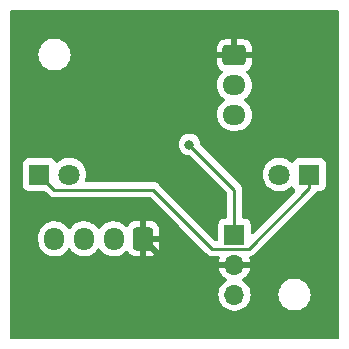
<source format=gbl>
%TF.GenerationSoftware,KiCad,Pcbnew,7.0.1*%
%TF.CreationDate,2023-10-30T09:30:19+01:00*%
%TF.ProjectId,opto-counter,6f70746f-2d63-46f7-956e-7465722e6b69,rev?*%
%TF.SameCoordinates,Original*%
%TF.FileFunction,Copper,L2,Bot*%
%TF.FilePolarity,Positive*%
%FSLAX46Y46*%
G04 Gerber Fmt 4.6, Leading zero omitted, Abs format (unit mm)*
G04 Created by KiCad (PCBNEW 7.0.1) date 2023-10-30 09:30:19*
%MOMM*%
%LPD*%
G01*
G04 APERTURE LIST*
G04 Aperture macros list*
%AMRoundRect*
0 Rectangle with rounded corners*
0 $1 Rounding radius*
0 $2 $3 $4 $5 $6 $7 $8 $9 X,Y pos of 4 corners*
0 Add a 4 corners polygon primitive as box body*
4,1,4,$2,$3,$4,$5,$6,$7,$8,$9,$2,$3,0*
0 Add four circle primitives for the rounded corners*
1,1,$1+$1,$2,$3*
1,1,$1+$1,$4,$5*
1,1,$1+$1,$6,$7*
1,1,$1+$1,$8,$9*
0 Add four rect primitives between the rounded corners*
20,1,$1+$1,$2,$3,$4,$5,0*
20,1,$1+$1,$4,$5,$6,$7,0*
20,1,$1+$1,$6,$7,$8,$9,0*
20,1,$1+$1,$8,$9,$2,$3,0*%
G04 Aperture macros list end*
%TA.AperFunction,ComponentPad*%
%ADD10R,1.800000X1.800000*%
%TD*%
%TA.AperFunction,ComponentPad*%
%ADD11C,1.800000*%
%TD*%
%TA.AperFunction,ComponentPad*%
%ADD12R,1.700000X1.700000*%
%TD*%
%TA.AperFunction,ComponentPad*%
%ADD13O,1.700000X1.700000*%
%TD*%
%TA.AperFunction,ComponentPad*%
%ADD14RoundRect,0.250000X0.600000X0.725000X-0.600000X0.725000X-0.600000X-0.725000X0.600000X-0.725000X0*%
%TD*%
%TA.AperFunction,ComponentPad*%
%ADD15O,1.700000X1.950000*%
%TD*%
%TA.AperFunction,ComponentPad*%
%ADD16RoundRect,0.250000X-0.725000X0.600000X-0.725000X-0.600000X0.725000X-0.600000X0.725000X0.600000X0*%
%TD*%
%TA.AperFunction,ComponentPad*%
%ADD17O,1.950000X1.700000*%
%TD*%
%TA.AperFunction,ViaPad*%
%ADD18C,0.800000*%
%TD*%
%TA.AperFunction,Conductor*%
%ADD19C,0.250000*%
%TD*%
%TA.AperFunction,Conductor*%
%ADD20C,0.508000*%
%TD*%
G04 APERTURE END LIST*
D10*
%TO.P,D1,1,K*%
%TO.N,Net-(D1-K)*%
X66040000Y-38100000D03*
D11*
%TO.P,D1,2,A*%
%TO.N,Net-(D1-A)*%
X68580000Y-38100000D03*
%TD*%
D10*
%TO.P,D2,1,K*%
%TO.N,Net-(D1-K)*%
X88900000Y-38100000D03*
D11*
%TO.P,D2,2,A*%
%TO.N,Net-(D2-A)*%
X86360000Y-38100000D03*
%TD*%
D12*
%TO.P,J1,1,Pin_1*%
%TO.N,Net-(J1-Pin_1)*%
X82550000Y-43195000D03*
D13*
%TO.P,J1,2,Pin_2*%
%TO.N,GND*%
X82550000Y-45735000D03*
%TO.P,J1,3,Pin_3*%
%TO.N,+3V3*%
X82550000Y-48275000D03*
%TD*%
D14*
%TO.P,J2,1,Pin_1*%
%TO.N,GND*%
X74810000Y-43540000D03*
D15*
%TO.P,J2,2,Pin_2*%
%TO.N,+3V3*%
X72310000Y-43540000D03*
%TO.P,J2,3,Pin_3*%
%TO.N,SDA*%
X69810000Y-43540000D03*
%TO.P,J2,4,Pin_4*%
%TO.N,SCL*%
X67310000Y-43540000D03*
%TD*%
D16*
%TO.P,J3,1,Pin_1*%
%TO.N,GND*%
X82550000Y-28020000D03*
D17*
%TO.P,J3,2,Pin_2*%
%TO.N,+3V3*%
X82550000Y-30520000D03*
%TO.P,J3,3,Pin_3*%
%TO.N,UPDI*%
X82550000Y-33020000D03*
%TD*%
D18*
%TO.N,GND*%
X69850000Y-31750000D03*
X69850000Y-45720000D03*
X80010000Y-30480000D03*
%TO.N,Net-(J1-Pin_1)*%
X78740000Y-35560000D03*
%TD*%
D19*
%TO.N,Net-(D1-K)*%
X75681299Y-39370000D02*
X67310000Y-39370000D01*
X67310000Y-39370000D02*
X66040000Y-38100000D01*
X83780000Y-44370000D02*
X80681299Y-44370000D01*
X80681299Y-44370000D02*
X75681299Y-39370000D01*
X88900000Y-38100000D02*
X88900000Y-39250000D01*
X88900000Y-39250000D02*
X83780000Y-44370000D01*
D20*
%TO.N,GND*%
X82550000Y-45735000D02*
X77005000Y-45735000D01*
X77005000Y-45735000D02*
X74810000Y-43540000D01*
D19*
%TO.N,Net-(J1-Pin_1)*%
X82550000Y-43195000D02*
X82550000Y-39370000D01*
X82550000Y-39370000D02*
X78740000Y-35560000D01*
%TD*%
%TA.AperFunction,Conductor*%
%TO.N,GND*%
G36*
X91351500Y-24172381D02*
G01*
X91397619Y-24218500D01*
X91414500Y-24281500D01*
X91414500Y-51918500D01*
X91397619Y-51981500D01*
X91351500Y-52027619D01*
X91288500Y-52044500D01*
X63651500Y-52044500D01*
X63588500Y-52027619D01*
X63542381Y-51981500D01*
X63525500Y-51918500D01*
X63525500Y-48275000D01*
X81186844Y-48275000D01*
X81205436Y-48499368D01*
X81205436Y-48499371D01*
X81205437Y-48499372D01*
X81260702Y-48717611D01*
X81260703Y-48717614D01*
X81260704Y-48717616D01*
X81283856Y-48770398D01*
X81351139Y-48923790D01*
X81474278Y-49112268D01*
X81626762Y-49277908D01*
X81653212Y-49298495D01*
X81804424Y-49416189D01*
X82002426Y-49523342D01*
X82215365Y-49596444D01*
X82437431Y-49633500D01*
X82662566Y-49633500D01*
X82662569Y-49633500D01*
X82884635Y-49596444D01*
X83097574Y-49523342D01*
X83295576Y-49416189D01*
X83473240Y-49277906D01*
X83625722Y-49112268D01*
X83748860Y-48923791D01*
X83839296Y-48717616D01*
X83894564Y-48499368D01*
X83913156Y-48275000D01*
X83911913Y-48260000D01*
X86274341Y-48260000D01*
X86294937Y-48495409D01*
X86356096Y-48723662D01*
X86455965Y-48937829D01*
X86591507Y-49131404D01*
X86758595Y-49298492D01*
X86758598Y-49298494D01*
X86758599Y-49298495D01*
X86952171Y-49434035D01*
X87166337Y-49533903D01*
X87394592Y-49595063D01*
X87571034Y-49610500D01*
X87688960Y-49610500D01*
X87688966Y-49610500D01*
X87865408Y-49595063D01*
X88093663Y-49533903D01*
X88307829Y-49434035D01*
X88501401Y-49298495D01*
X88668495Y-49131401D01*
X88804035Y-48937830D01*
X88903903Y-48723663D01*
X88965063Y-48495408D01*
X88985659Y-48260000D01*
X88965063Y-48024592D01*
X88903903Y-47796337D01*
X88804035Y-47582171D01*
X88668495Y-47388599D01*
X88668494Y-47388598D01*
X88668492Y-47388595D01*
X88501404Y-47221507D01*
X88307829Y-47085965D01*
X88093662Y-46986096D01*
X87865409Y-46924937D01*
X87840202Y-46922731D01*
X87688966Y-46909500D01*
X87571034Y-46909500D01*
X87438702Y-46921077D01*
X87394590Y-46924937D01*
X87166337Y-46986096D01*
X86952170Y-47085965D01*
X86758595Y-47221507D01*
X86591507Y-47388595D01*
X86455965Y-47582169D01*
X86356096Y-47796336D01*
X86294937Y-48024590D01*
X86274341Y-48260000D01*
X83911913Y-48260000D01*
X83894564Y-48050632D01*
X83839296Y-47832384D01*
X83748860Y-47626209D01*
X83625722Y-47437732D01*
X83473240Y-47272094D01*
X83473239Y-47272093D01*
X83473237Y-47272091D01*
X83366641Y-47189124D01*
X83295576Y-47133811D01*
X83261792Y-47115528D01*
X83213521Y-47069212D01*
X83195762Y-47004715D01*
X83213521Y-46940217D01*
X83261793Y-46893901D01*
X83295300Y-46875768D01*
X83472903Y-46737533D01*
X83625321Y-46571962D01*
X83748419Y-46383548D01*
X83838822Y-46177451D01*
X83886544Y-45989000D01*
X81213455Y-45989000D01*
X81261177Y-46177451D01*
X81351580Y-46383548D01*
X81474678Y-46571962D01*
X81627096Y-46737533D01*
X81804702Y-46875769D01*
X81838207Y-46893902D01*
X81886478Y-46940218D01*
X81904237Y-47004715D01*
X81886478Y-47069212D01*
X81838207Y-47115528D01*
X81804423Y-47133811D01*
X81626762Y-47272091D01*
X81474278Y-47437731D01*
X81351139Y-47626209D01*
X81260702Y-47832388D01*
X81212030Y-48024592D01*
X81205436Y-48050632D01*
X81186844Y-48275000D01*
X63525500Y-48275000D01*
X63525500Y-43722714D01*
X65951500Y-43722714D01*
X65966198Y-43895418D01*
X66024469Y-44119206D01*
X66119721Y-44329929D01*
X66186328Y-44428476D01*
X66249217Y-44521523D01*
X66409228Y-44688476D01*
X66595153Y-44825985D01*
X66801643Y-44930095D01*
X67022757Y-44997811D01*
X67252135Y-45027184D01*
X67483178Y-45017369D01*
X67709238Y-44968649D01*
X67923813Y-44882426D01*
X68120730Y-44761179D01*
X68294324Y-44608398D01*
X68439600Y-44428476D01*
X68439603Y-44428471D01*
X68451447Y-44407270D01*
X68495383Y-44361426D01*
X68556099Y-44342832D01*
X68618173Y-44356209D01*
X68665838Y-44398160D01*
X68680145Y-44419328D01*
X68749215Y-44521521D01*
X68749217Y-44521523D01*
X68909228Y-44688476D01*
X69095153Y-44825985D01*
X69301643Y-44930095D01*
X69522757Y-44997811D01*
X69752135Y-45027184D01*
X69983178Y-45017369D01*
X70209238Y-44968649D01*
X70423813Y-44882426D01*
X70620730Y-44761179D01*
X70794324Y-44608398D01*
X70939600Y-44428476D01*
X70939603Y-44428471D01*
X70951447Y-44407270D01*
X70995383Y-44361426D01*
X71056099Y-44342832D01*
X71118173Y-44356209D01*
X71165838Y-44398160D01*
X71180145Y-44419328D01*
X71249215Y-44521521D01*
X71249217Y-44521523D01*
X71409228Y-44688476D01*
X71595153Y-44825985D01*
X71801643Y-44930095D01*
X72022757Y-44997811D01*
X72252135Y-45027184D01*
X72483178Y-45017369D01*
X72709238Y-44968649D01*
X72923813Y-44882426D01*
X73120730Y-44761179D01*
X73294324Y-44608398D01*
X73316800Y-44580561D01*
X73364128Y-44544370D01*
X73422799Y-44533970D01*
X73479687Y-44551692D01*
X73522072Y-44593571D01*
X73611367Y-44738342D01*
X73736657Y-44863632D01*
X73887477Y-44956659D01*
X74055671Y-45012393D01*
X74159497Y-45023000D01*
X74556000Y-45023000D01*
X74556000Y-43794000D01*
X75064000Y-43794000D01*
X75064000Y-45023000D01*
X75460503Y-45023000D01*
X75564328Y-45012393D01*
X75732522Y-44956659D01*
X75883342Y-44863632D01*
X76008632Y-44738342D01*
X76101659Y-44587522D01*
X76157393Y-44419328D01*
X76168000Y-44315503D01*
X76168000Y-43794000D01*
X75064000Y-43794000D01*
X74556000Y-43794000D01*
X74556000Y-42057000D01*
X75064000Y-42057000D01*
X75064000Y-43286000D01*
X76168000Y-43286000D01*
X76168000Y-42764497D01*
X76157393Y-42660671D01*
X76101659Y-42492477D01*
X76008632Y-42341657D01*
X75883342Y-42216367D01*
X75732522Y-42123340D01*
X75564328Y-42067606D01*
X75460503Y-42057000D01*
X75064000Y-42057000D01*
X74556000Y-42057000D01*
X74159497Y-42057000D01*
X74055671Y-42067606D01*
X73887477Y-42123340D01*
X73736657Y-42216367D01*
X73611367Y-42341657D01*
X73521300Y-42487680D01*
X73481194Y-42528158D01*
X73427358Y-42546829D01*
X73370802Y-42539875D01*
X73323092Y-42508717D01*
X73210772Y-42391524D01*
X73112472Y-42318822D01*
X73024847Y-42254015D01*
X72818357Y-42149905D01*
X72818356Y-42149904D01*
X72818355Y-42149904D01*
X72597240Y-42082188D01*
X72367864Y-42052815D01*
X72136824Y-42062630D01*
X71910762Y-42111350D01*
X71696189Y-42197573D01*
X71696187Y-42197574D01*
X71634106Y-42235799D01*
X71499268Y-42318822D01*
X71325678Y-42471600D01*
X71325676Y-42471602D01*
X71270550Y-42539875D01*
X71180397Y-42651527D01*
X71168550Y-42672734D01*
X71124612Y-42718575D01*
X71063898Y-42737168D01*
X71001825Y-42723789D01*
X70954160Y-42681837D01*
X70870786Y-42558480D01*
X70710772Y-42391524D01*
X70612472Y-42318822D01*
X70524847Y-42254015D01*
X70318357Y-42149905D01*
X70318356Y-42149904D01*
X70318355Y-42149904D01*
X70097240Y-42082188D01*
X69867864Y-42052815D01*
X69636824Y-42062630D01*
X69410762Y-42111350D01*
X69196189Y-42197573D01*
X69196187Y-42197574D01*
X69134106Y-42235799D01*
X68999268Y-42318822D01*
X68825678Y-42471600D01*
X68825676Y-42471602D01*
X68770550Y-42539875D01*
X68680397Y-42651527D01*
X68668550Y-42672734D01*
X68624612Y-42718575D01*
X68563898Y-42737168D01*
X68501825Y-42723789D01*
X68454160Y-42681837D01*
X68370786Y-42558480D01*
X68210772Y-42391524D01*
X68112472Y-42318822D01*
X68024847Y-42254015D01*
X67818357Y-42149905D01*
X67818356Y-42149904D01*
X67818355Y-42149904D01*
X67597240Y-42082188D01*
X67367864Y-42052815D01*
X67136824Y-42062630D01*
X66910762Y-42111350D01*
X66696189Y-42197573D01*
X66696187Y-42197574D01*
X66634106Y-42235799D01*
X66499268Y-42318822D01*
X66325678Y-42471600D01*
X66180399Y-42651524D01*
X66067620Y-42853408D01*
X66067620Y-42853409D01*
X65990581Y-43071450D01*
X65953794Y-43286000D01*
X65951500Y-43299377D01*
X65951500Y-43722714D01*
X63525500Y-43722714D01*
X63525500Y-39048638D01*
X64631500Y-39048638D01*
X64638011Y-39109201D01*
X64649431Y-39139818D01*
X64689111Y-39246205D01*
X64776738Y-39363261D01*
X64893794Y-39450888D01*
X64893795Y-39450888D01*
X64893796Y-39450889D01*
X65030799Y-39501989D01*
X65091362Y-39508500D01*
X66500406Y-39508500D01*
X66548624Y-39518091D01*
X66589501Y-39545405D01*
X66802751Y-39758655D01*
X66815834Y-39774985D01*
X66867665Y-39823656D01*
X66870477Y-39826381D01*
X66890230Y-39846134D01*
X66892183Y-39847649D01*
X66893424Y-39848612D01*
X66902444Y-39856316D01*
X66934679Y-39886586D01*
X66952435Y-39896347D01*
X66968951Y-39907196D01*
X66984959Y-39919613D01*
X67025525Y-39937167D01*
X67036188Y-39942391D01*
X67074935Y-39963693D01*
X67074937Y-39963693D01*
X67074940Y-39963695D01*
X67094574Y-39968736D01*
X67113259Y-39975134D01*
X67131855Y-39983181D01*
X67175530Y-39990098D01*
X67187125Y-39992498D01*
X67229970Y-40003500D01*
X67250224Y-40003500D01*
X67269934Y-40005051D01*
X67289942Y-40008220D01*
X67289942Y-40008219D01*
X67289943Y-40008220D01*
X67333961Y-40004058D01*
X67345819Y-40003500D01*
X75366705Y-40003500D01*
X75414923Y-40013091D01*
X75455799Y-40040404D01*
X77886994Y-42471600D01*
X80174053Y-44758659D01*
X80187132Y-44774983D01*
X80189298Y-44777017D01*
X80189299Y-44777018D01*
X80215264Y-44801401D01*
X80238948Y-44823641D01*
X80241759Y-44826365D01*
X80261529Y-44846135D01*
X80264742Y-44848627D01*
X80273732Y-44856306D01*
X80305978Y-44886586D01*
X80323725Y-44896342D01*
X80340249Y-44907196D01*
X80356258Y-44919614D01*
X80396841Y-44937175D01*
X80407492Y-44942393D01*
X80446239Y-44963695D01*
X80465859Y-44968732D01*
X80484566Y-44975137D01*
X80491179Y-44977998D01*
X80503153Y-44983181D01*
X80513804Y-44984867D01*
X80546829Y-44990098D01*
X80558424Y-44992498D01*
X80601269Y-45003500D01*
X80621523Y-45003500D01*
X80641233Y-45005051D01*
X80661241Y-45008220D01*
X80661241Y-45008219D01*
X80661242Y-45008220D01*
X80705260Y-45004058D01*
X80717118Y-45003500D01*
X81195109Y-45003500D01*
X81255078Y-45018686D01*
X81300592Y-45060585D01*
X81320679Y-45119095D01*
X81310496Y-45180114D01*
X81261177Y-45292548D01*
X81213455Y-45480999D01*
X81213456Y-45481000D01*
X83886544Y-45481000D01*
X83886544Y-45480999D01*
X83838822Y-45292548D01*
X83787605Y-45175785D01*
X83778479Y-45105873D01*
X83808339Y-45042004D01*
X83867836Y-45004175D01*
X83899334Y-44995023D01*
X83918698Y-44991012D01*
X83938797Y-44988474D01*
X83979915Y-44972193D01*
X83991117Y-44968357D01*
X84033593Y-44956018D01*
X84051039Y-44945699D01*
X84068780Y-44937009D01*
X84087617Y-44929552D01*
X84123392Y-44903558D01*
X84133303Y-44897048D01*
X84171362Y-44874542D01*
X84185691Y-44860212D01*
X84200719Y-44847377D01*
X84217107Y-44835472D01*
X84245303Y-44801386D01*
X84253272Y-44792630D01*
X89288658Y-39757244D01*
X89304979Y-39744170D01*
X89307014Y-39742002D01*
X89307018Y-39742000D01*
X89353677Y-39692311D01*
X89356368Y-39689534D01*
X89376134Y-39669770D01*
X89378605Y-39666583D01*
X89386312Y-39657559D01*
X89416586Y-39625321D01*
X89426343Y-39607570D01*
X89437199Y-39591043D01*
X89449613Y-39575041D01*
X89449613Y-39575039D01*
X89459372Y-39562460D01*
X89460210Y-39563110D01*
X89473013Y-39544480D01*
X89513564Y-39517841D01*
X89561174Y-39508500D01*
X89848638Y-39508500D01*
X89909201Y-39501989D01*
X90046204Y-39450889D01*
X90163261Y-39363261D01*
X90250889Y-39246204D01*
X90301989Y-39109201D01*
X90308500Y-39048638D01*
X90308500Y-37151362D01*
X90301989Y-37090799D01*
X90250889Y-36953796D01*
X90223201Y-36916809D01*
X90163261Y-36836738D01*
X90046205Y-36749111D01*
X89977702Y-36723560D01*
X89909201Y-36698011D01*
X89848638Y-36691500D01*
X87951362Y-36691500D01*
X87890799Y-36698011D01*
X87753794Y-36749111D01*
X87636738Y-36836738D01*
X87549109Y-36953796D01*
X87525741Y-37016449D01*
X87489210Y-37068488D01*
X87431920Y-37096063D01*
X87368460Y-37092154D01*
X87326549Y-37065193D01*
X87325459Y-37066595D01*
X87261032Y-37016449D01*
X87133017Y-36916810D01*
X87101779Y-36899904D01*
X86927726Y-36805712D01*
X86762852Y-36749111D01*
X86706951Y-36729920D01*
X86476712Y-36691500D01*
X86243288Y-36691500D01*
X86013049Y-36729920D01*
X86013046Y-36729920D01*
X86013046Y-36729921D01*
X85792273Y-36805712D01*
X85586984Y-36916809D01*
X85402779Y-37060182D01*
X85244684Y-37231919D01*
X85117016Y-37427330D01*
X85023250Y-37641094D01*
X84965950Y-37867369D01*
X84965949Y-37867374D01*
X84946673Y-38100000D01*
X84965949Y-38332626D01*
X84965949Y-38332629D01*
X84965950Y-38332630D01*
X85023250Y-38558905D01*
X85117016Y-38772669D01*
X85242685Y-38965021D01*
X85244686Y-38968083D01*
X85402780Y-39139818D01*
X85586983Y-39283190D01*
X85792273Y-39394287D01*
X86013049Y-39470080D01*
X86243288Y-39508500D01*
X86476709Y-39508500D01*
X86476712Y-39508500D01*
X86706951Y-39470080D01*
X86927727Y-39394287D01*
X87133017Y-39283190D01*
X87317220Y-39139818D01*
X87317221Y-39139816D01*
X87325459Y-39133405D01*
X87326550Y-39134806D01*
X87368451Y-39107847D01*
X87431915Y-39103934D01*
X87489208Y-39131509D01*
X87525742Y-39183550D01*
X87549111Y-39246206D01*
X87636738Y-39363261D01*
X87665644Y-39384900D01*
X87708191Y-39441736D01*
X87713255Y-39512551D01*
X87679230Y-39574863D01*
X84123595Y-43130500D01*
X84073436Y-43161238D01*
X84014789Y-43165854D01*
X83960439Y-43143341D01*
X83922233Y-43098608D01*
X83908500Y-43041405D01*
X83908500Y-42296362D01*
X83903947Y-42254015D01*
X83901989Y-42235799D01*
X83850889Y-42098796D01*
X83850888Y-42098794D01*
X83763261Y-41981738D01*
X83646205Y-41894111D01*
X83577702Y-41868560D01*
X83509201Y-41843011D01*
X83448638Y-41836500D01*
X83309500Y-41836500D01*
X83246500Y-41819619D01*
X83200381Y-41773500D01*
X83183500Y-41710500D01*
X83183500Y-39453854D01*
X83185795Y-39433064D01*
X83183562Y-39362002D01*
X83183500Y-39358044D01*
X83183500Y-39330149D01*
X83183500Y-39330144D01*
X83182993Y-39326138D01*
X83182062Y-39314305D01*
X83180674Y-39270111D01*
X83175019Y-39250647D01*
X83171013Y-39231307D01*
X83168474Y-39211203D01*
X83152195Y-39170087D01*
X83148356Y-39158872D01*
X83142820Y-39139818D01*
X83136019Y-39116407D01*
X83131757Y-39109200D01*
X83125703Y-39098964D01*
X83117007Y-39081214D01*
X83109552Y-39062383D01*
X83083554Y-39026600D01*
X83077058Y-39016710D01*
X83054542Y-38978638D01*
X83040212Y-38964308D01*
X83027378Y-38949281D01*
X83015472Y-38932893D01*
X83015471Y-38932892D01*
X82981394Y-38904700D01*
X82972616Y-38896712D01*
X79687121Y-35611216D01*
X79662490Y-35576365D01*
X79650907Y-35535296D01*
X79633542Y-35370072D01*
X79574527Y-35188444D01*
X79574527Y-35188443D01*
X79479041Y-35023057D01*
X79351252Y-34881133D01*
X79196753Y-34768883D01*
X79196752Y-34768882D01*
X79022288Y-34691206D01*
X78835487Y-34651500D01*
X78644513Y-34651500D01*
X78519979Y-34677970D01*
X78457711Y-34691206D01*
X78283246Y-34768883D01*
X78128747Y-34881133D01*
X78000958Y-35023057D01*
X77905472Y-35188443D01*
X77846458Y-35370070D01*
X77826496Y-35559999D01*
X77846458Y-35749929D01*
X77905472Y-35931556D01*
X78000958Y-36096942D01*
X78000960Y-36096944D01*
X78128747Y-36238866D01*
X78283248Y-36351118D01*
X78457712Y-36428794D01*
X78644513Y-36468500D01*
X78700406Y-36468500D01*
X78748624Y-36478091D01*
X78789501Y-36505405D01*
X81879595Y-39595499D01*
X81906909Y-39636376D01*
X81916500Y-39684594D01*
X81916500Y-41710500D01*
X81899619Y-41773500D01*
X81853500Y-41819619D01*
X81790500Y-41836500D01*
X81651362Y-41836500D01*
X81590799Y-41843011D01*
X81453794Y-41894111D01*
X81336738Y-41981738D01*
X81249111Y-42098794D01*
X81198011Y-42235799D01*
X81191500Y-42296362D01*
X81191500Y-43610500D01*
X81174619Y-43673500D01*
X81128500Y-43719619D01*
X81065500Y-43736500D01*
X80995893Y-43736500D01*
X80947675Y-43726909D01*
X80906798Y-43699595D01*
X76188543Y-38981339D01*
X76175470Y-38965021D01*
X76158704Y-38949277D01*
X76123647Y-38916356D01*
X76120836Y-38913632D01*
X76101069Y-38893865D01*
X76097874Y-38891386D01*
X76088852Y-38883681D01*
X76056619Y-38853413D01*
X76038866Y-38843653D01*
X76022340Y-38832797D01*
X76006340Y-38820386D01*
X75965765Y-38802828D01*
X75955103Y-38797604D01*
X75916362Y-38776305D01*
X75902198Y-38772669D01*
X75896736Y-38771266D01*
X75878030Y-38764862D01*
X75859444Y-38756819D01*
X75815774Y-38749902D01*
X75804152Y-38747495D01*
X75761329Y-38736500D01*
X75761328Y-38736500D01*
X75741075Y-38736500D01*
X75721365Y-38734949D01*
X75701356Y-38731779D01*
X75657338Y-38735941D01*
X75645480Y-38736500D01*
X70031706Y-38736500D01*
X69971736Y-38721313D01*
X69926222Y-38679414D01*
X69906136Y-38620903D01*
X69914769Y-38569175D01*
X69914186Y-38569028D01*
X69915968Y-38561987D01*
X69916320Y-38559884D01*
X69916749Y-38558907D01*
X69974051Y-38332626D01*
X69993327Y-38100000D01*
X69974051Y-37867374D01*
X69916749Y-37641093D01*
X69822984Y-37427331D01*
X69695314Y-37231917D01*
X69537220Y-37060182D01*
X69353017Y-36916810D01*
X69321779Y-36899904D01*
X69147726Y-36805712D01*
X68982852Y-36749111D01*
X68926951Y-36729920D01*
X68696712Y-36691500D01*
X68463288Y-36691500D01*
X68233049Y-36729920D01*
X68233046Y-36729920D01*
X68233046Y-36729921D01*
X68012273Y-36805712D01*
X67806984Y-36916809D01*
X67614541Y-37066595D01*
X67613451Y-37065195D01*
X67571530Y-37092158D01*
X67508072Y-37096062D01*
X67450786Y-37068485D01*
X67414257Y-37016448D01*
X67390888Y-36953794D01*
X67303261Y-36836738D01*
X67186205Y-36749111D01*
X67117702Y-36723560D01*
X67049201Y-36698011D01*
X66988638Y-36691500D01*
X65091362Y-36691500D01*
X65030799Y-36698011D01*
X64893794Y-36749111D01*
X64776738Y-36836738D01*
X64689111Y-36953794D01*
X64665742Y-37016449D01*
X64638011Y-37090799D01*
X64631500Y-37151362D01*
X64631500Y-39048638D01*
X63525500Y-39048638D01*
X63525500Y-32962135D01*
X81062815Y-32962135D01*
X81072630Y-33193175D01*
X81121350Y-33419237D01*
X81165198Y-33528357D01*
X81207574Y-33633813D01*
X81328821Y-33830730D01*
X81481602Y-34004324D01*
X81661524Y-34149600D01*
X81863409Y-34262380D01*
X82081450Y-34339419D01*
X82309375Y-34378500D01*
X82732713Y-34378500D01*
X82732714Y-34378500D01*
X82905418Y-34363801D01*
X82905417Y-34363801D01*
X83129207Y-34305530D01*
X83339929Y-34210278D01*
X83531523Y-34080783D01*
X83698476Y-33920772D01*
X83835985Y-33734847D01*
X83940095Y-33528357D01*
X84007811Y-33307243D01*
X84037184Y-33077865D01*
X84027369Y-32846822D01*
X83978649Y-32620762D01*
X83892426Y-32406187D01*
X83771179Y-32209270D01*
X83618398Y-32035676D01*
X83438476Y-31890400D01*
X83438475Y-31890399D01*
X83438471Y-31890396D01*
X83417270Y-31878553D01*
X83371426Y-31834617D01*
X83352832Y-31773901D01*
X83366209Y-31711827D01*
X83408161Y-31664161D01*
X83531523Y-31580783D01*
X83698476Y-31420772D01*
X83835985Y-31234847D01*
X83940095Y-31028357D01*
X84007811Y-30807243D01*
X84037184Y-30577865D01*
X84027369Y-30346822D01*
X83978649Y-30120762D01*
X83892426Y-29906187D01*
X83771179Y-29709270D01*
X83618398Y-29535676D01*
X83590562Y-29513200D01*
X83554369Y-29465869D01*
X83543970Y-29407199D01*
X83561692Y-29350311D01*
X83603572Y-29307927D01*
X83748341Y-29218633D01*
X83873632Y-29093342D01*
X83966659Y-28942522D01*
X84022393Y-28774328D01*
X84033000Y-28670503D01*
X84033000Y-28274000D01*
X81067000Y-28274000D01*
X81067000Y-28670503D01*
X81077606Y-28774328D01*
X81133340Y-28942522D01*
X81226367Y-29093342D01*
X81351658Y-29218633D01*
X81497679Y-29308699D01*
X81538158Y-29348805D01*
X81556829Y-29402641D01*
X81549875Y-29459197D01*
X81518718Y-29506906D01*
X81401525Y-29619226D01*
X81264015Y-29805153D01*
X81159904Y-30011644D01*
X81092188Y-30232759D01*
X81062815Y-30462135D01*
X81072630Y-30693175D01*
X81121350Y-30919237D01*
X81165198Y-31028357D01*
X81207574Y-31133813D01*
X81328821Y-31330730D01*
X81481602Y-31504324D01*
X81661524Y-31649600D01*
X81681636Y-31660835D01*
X81682731Y-31661447D01*
X81728574Y-31705385D01*
X81747167Y-31766100D01*
X81733790Y-31828173D01*
X81691838Y-31875839D01*
X81568478Y-31959216D01*
X81401524Y-32119227D01*
X81264015Y-32305153D01*
X81159904Y-32511644D01*
X81092188Y-32732759D01*
X81062815Y-32962135D01*
X63525500Y-32962135D01*
X63525500Y-27940000D01*
X65954341Y-27940000D01*
X65974937Y-28175409D01*
X66036096Y-28403662D01*
X66135965Y-28617829D01*
X66271507Y-28811404D01*
X66438595Y-28978492D01*
X66438598Y-28978494D01*
X66438599Y-28978495D01*
X66632171Y-29114035D01*
X66846337Y-29213903D01*
X67074592Y-29275063D01*
X67251034Y-29290500D01*
X67368960Y-29290500D01*
X67368966Y-29290500D01*
X67545408Y-29275063D01*
X67773663Y-29213903D01*
X67987829Y-29114035D01*
X68181401Y-28978495D01*
X68348495Y-28811401D01*
X68484035Y-28617830D01*
X68583903Y-28403663D01*
X68645063Y-28175408D01*
X68665659Y-27940000D01*
X68650436Y-27766000D01*
X81067000Y-27766000D01*
X82296000Y-27766000D01*
X82296000Y-26662000D01*
X82804000Y-26662000D01*
X82804000Y-27766000D01*
X84033000Y-27766000D01*
X84033000Y-27369497D01*
X84022393Y-27265671D01*
X83966659Y-27097477D01*
X83873632Y-26946657D01*
X83748342Y-26821367D01*
X83597522Y-26728340D01*
X83429328Y-26672606D01*
X83325503Y-26662000D01*
X82804000Y-26662000D01*
X82296000Y-26662000D01*
X81774497Y-26662000D01*
X81670671Y-26672606D01*
X81502477Y-26728340D01*
X81351657Y-26821367D01*
X81226367Y-26946657D01*
X81133340Y-27097477D01*
X81077606Y-27265671D01*
X81067000Y-27369497D01*
X81067000Y-27766000D01*
X68650436Y-27766000D01*
X68645063Y-27704592D01*
X68583903Y-27476337D01*
X68484035Y-27262171D01*
X68348495Y-27068599D01*
X68348494Y-27068598D01*
X68348492Y-27068595D01*
X68181404Y-26901507D01*
X67987829Y-26765965D01*
X67773662Y-26666096D01*
X67545409Y-26604937D01*
X67520201Y-26602731D01*
X67368966Y-26589500D01*
X67251034Y-26589500D01*
X67118702Y-26601077D01*
X67074590Y-26604937D01*
X66846337Y-26666096D01*
X66632170Y-26765965D01*
X66438595Y-26901507D01*
X66271507Y-27068595D01*
X66135965Y-27262169D01*
X66036096Y-27476336D01*
X65974937Y-27704590D01*
X65954341Y-27940000D01*
X63525500Y-27940000D01*
X63525500Y-24281500D01*
X63542381Y-24218500D01*
X63588500Y-24172381D01*
X63651500Y-24155500D01*
X91288500Y-24155500D01*
X91351500Y-24172381D01*
G37*
%TD.AperFunction*%
%TD*%
M02*

</source>
